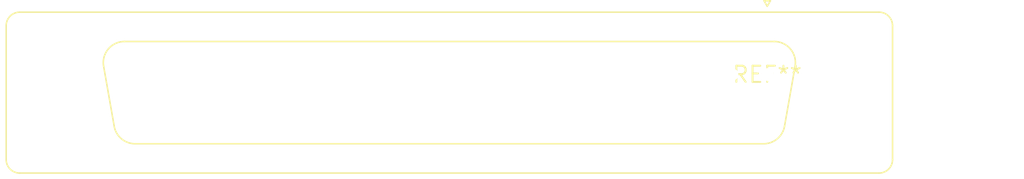
<source format=kicad_pcb>
(kicad_pcb (version 20240108) (generator pcbnew)
  (layers (0 "F.Cu" signal) (31 "B.Cu" signal) (34 "B.Paste" user) (35 "F.Paste" user) (36 "B.SilkS" user "B.Silkscreen") (37 "F.SilkS" user "F.Silkscreen") (38 "B.Mask" user) (39 "F.Mask" user) (44 "Edge.Cuts" user))
  (net 0 "")
  (footprint "DSUB-37_Female_Vertical_P2.77x2.84mm" (layer "F.Cu") (at 0 0)
    (property "Reference" "REF**")
    (property "Value" "DSUB-37_Female_Vertical_P2.77x2.84mm")
    (fp_line (start -59.69 6.67) (end -59.69 -3.83) (layer "F.SilkS") (stroke (width 0.12)))
    (fp_line (start -58.63 -4.89) (end 8.77 -4.89) (layer "F.SilkS") (stroke (width 0.12)))
    (fp_line (start -52.04647 -0.641744) (end -51.217733 4.058256) (layer "F.SilkS") (stroke (width 0.12)))
    (fp_line (start -50.411689 -2.59) (end 0.551689 -2.59) (layer "F.SilkS") (stroke (width 0.12)))
    (fp_line (start -49.582952 5.43) (end -0.277048 5.43) (layer "F.SilkS") (stroke (width 0.12)))
    (fp_line (start -0.25 -5.784338) (end 0.25 -5.784338) (layer "F.SilkS") (stroke (width 0.12)))
    (fp_line (start 0 -5.351325) (end -0.25 -5.784338) (layer "F.SilkS") (stroke (width 0.12)))
    (fp_line (start 0.25 -5.784338) (end 0 -5.351325) (layer "F.SilkS") (stroke (width 0.12)))
    (fp_line (start 2.18647 -0.641744) (end 1.357733 4.058256) (layer "F.SilkS") (stroke (width 0.12)))
    (fp_line (start 8.77 7.73) (end -58.63 7.73) (layer "F.SilkS") (stroke (width 0.12)))
    (fp_line (start 9.83 -3.83) (end 9.83 6.67) (layer "F.SilkS") (stroke (width 0.12)))
    (fp_arc (start -59.69 -3.83) (mid -59.379533 -4.579533) (end -58.63 -4.89) (layer "F.SilkS") (stroke (width 0.12)))
    (fp_arc (start -58.63 7.73) (mid -59.379533 7.419533) (end -59.69 6.67) (layer "F.SilkS") (stroke (width 0.12)))
    (fp_arc (start -52.04647 -0.641744) (mid -51.683323 -1.997028) (end -50.411689 -2.59) (layer "F.SilkS") (stroke (width 0.12)))
    (fp_arc (start -49.582952 5.43) (mid -50.649979 5.041634) (end -51.217733 4.058256) (layer "F.SilkS") (stroke (width 0.12)))
    (fp_arc (start 0.551689 -2.59) (mid 1.823323 -1.997027) (end 2.18647 -0.641744) (layer "F.SilkS") (stroke (width 0.12)))
    (fp_arc (start 1.357733 4.058256) (mid 0.78998 5.041634) (end -0.277048 5.43) (layer "F.SilkS") (stroke (width 0.12)))
    (fp_arc (start 8.77 -4.89) (mid 9.519533 -4.579533) (end 9.83 -3.83) (layer "F.SilkS") (stroke (width 0.12)))
    (fp_arc (start 9.83 6.67) (mid 9.519533 7.419533) (end 8.77 7.73) (layer "F.SilkS") (stroke (width 0.12)))
    (pad "1" thru_hole rect (at 0 0) (size 1.6 1.6) (drill 1) (layers *.Cu *.Mask) (remove_unused_layers))
    (pad "2" thru_hole circle (at -2.77 0) (size 1.6 1.6) (drill 1) (layers *.Cu *.Mask) (remove_unused_layers))
    (pad "3" thru_hole circle (at -5.54 0) (size 1.6 1.6) (drill 1) (layers *.Cu *.Mask) (remove_unused_layers))
    (pad "4" thru_hole circle (at -8.31 0) (size 1.6 1.6) (drill 1) (layers *.Cu *.Mask) (remove_unused_layers))
    (pad "5" thru_hole circle (at -11.08 0) (size 1.6 1.6) (drill 1) (layers *.Cu *.Mask) (remove_unused_layers))
    (pad "6" thru_hole circle (at -13.85 0) (size 1.6 1.6) (drill 1) (layers *.Cu *.Mask) (remove_unused_layers))
    (pad "7" thru_hole circle (at -16.62 0) (size 1.6 1.6) (drill 1) (layers *.Cu *.Mask) (remove_unused_layers))
    (pad "8" thru_hole circle (at -19.39 0) (size 1.6 1.6) (drill 1) (layers *.Cu *.Mask) (remove_unused_layers))
    (pad "9" thru_hole circle (at -22.16 0) (size 1.6 1.6) (drill 1) (layers *.Cu *.Mask) (remove_unused_layers))
    (pad "10" thru_hole circle (at -24.93 0) (size 1.6 1.6) (drill 1) (layers *.Cu *.Mask) (remove_unused_layers))
    (pad "11" thru_hole circle (at -27.7 0) (size 1.6 1.6) (drill 1) (layers *.Cu *.Mask) (remove_unused_layers))
    (pad "12" thru_hole circle (at -30.47 0) (size 1.6 1.6) (drill 1) (layers *.Cu *.Mask) (remove_unused_layers))
    (pad "13" thru_hole circle (at -33.24 0) (size 1.6 1.6) (drill 1) (layers *.Cu *.Mask) (remove_unused_layers))
    (pad "14" thru_hole circle (at -36.01 0) (size 1.6 1.6) (drill 1) (layers *.Cu *.Mask) (remove_unused_layers))
    (pad "15" thru_hole circle (at -38.78 0) (size 1.6 1.6) (drill 1) (layers *.Cu *.Mask) (remove_unused_layers))
    (pad "16" thru_hole circle (at -41.55 0) (size 1.6 1.6) (drill 1) (layers *.Cu *.Mask) (remove_unused_layers))
    (pad "17" thru_hole circle (at -44.32 0) (size 1.6 1.6) (drill 1) (layers *.Cu *.Mask) (remove_unused_layers))
    (pad "18" thru_hole circle (at -47.09 0) (size 1.6 1.6) (drill 1) (layers *.Cu *.Mask) (remove_unused_layers))
    (pad "19" thru_hole circle (at -49.86 0) (size 1.6 1.6) (drill 1) (layers *.Cu *.Mask) (remove_unused_layers))
    (pad "20" thru_hole circle (at -1.385 2.84) (size 1.6 1.6) (drill 1) (layers *.Cu *.Mask) (remove_unused_layers))
    (pad "21" thru_hole circle (at -4.155 2.84) (size 1.6 1.6) (drill 1) (layers *.Cu *.Mask) (remove_unused_layers))
    (pad "22" thru_hole circle (at -6.925 2.84) (size 1.6 1.6) (drill 1) (layers *.Cu *.Mask) (remove_unused_layers))
    (pad "23" thru_hole circle (at -9.695 2.84) (size 1.6 1.6) (drill 1) (layers *.Cu *.Mask) (remove_unused_layers))
    (pad "24" thru_hole circle (at -12.465 2.84) (size 1.6 1.6) (drill 1) (layers *.Cu *.Mask) (remove_unused_layers))
    (pad "25" thru_hole circle (at -15.235 2.84) (size 1.6 1.6) (drill 1) (layers *.Cu *.Mask) (remove_unused_layers))
    (pad "26" thru_hole circle (at -18.005 2.84) (size 1.6 1.6) (drill 1) (layers *.Cu *.Mask) (remove_unused_layers))
    (pad "27" thru_hole circle (at -20.775 2.84) (size 1.6 1.6) (drill 1) (layers *.Cu *.Mask) (remove_unused_layers))
    (pad "28" thru_hole circle (at -23.545 2.84) (size 1.6 1.6) (drill 1) (layers *.Cu *.Mask) (remove_unused_layers))
    (pad "29" thru_hole circle (at -26.315 2.84) (size 1.6 1.6) (drill 1) (layers *.Cu *.Mask) (remove_unused_layers))
    (pad "30" thru_hole circle (at -29.085 2.84) (size 1.6 1.6) (drill 1) (layers *.Cu *.Mask) (remove_unused_layers))
    (pad "31" thru_hole circle (at -31.855 2.84) (size 1.6 1.6) (drill 1) (layers *.Cu *.Mask) (remove_unused_layers))
    (pad "32" thru_hole circle (at -34.625 2.84) (size 1.6 1.6) (drill 1) (layers *.Cu *.Mask) (remove_unused_layers))
    (pad "33" thru_hole circle (at -37.395 2.84) (size 1.6 1.6) (drill 1) (layers *.Cu *.Mask) (remove_unused_layers))
    (pad "34" thru_hole circle (at -40.165 2.84) (size 1.6 1.6) (drill 1) (layers *.Cu *.Mask) (remove_unused_layers))
    (pad "35" thru_hole circle (at -42.935 2.84) (size 1.6 1.6) (drill 1) (layers *.Cu *.Mask) (remove_unused_layers))
    (pad "36" thru_hole circle (at -45.705 2.84) (size 1.6 1.6) (drill 1) (layers *.Cu *.Mask) (remove_unused_layers))
    (pad "37" thru_hole circle (at -48.475 2.84) (size 1.6 1.6) (drill 1) (layers *.Cu *.Mask) (remove_unused_layers))
  )
)
</source>
